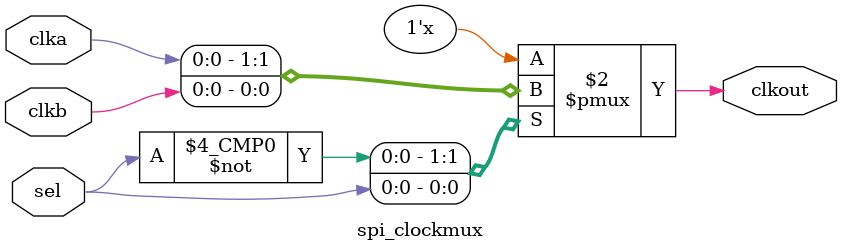
<source format=v>

module spi_clockmux ( input      sel,
                  input      clka,
                  input      clkb,
                  output reg clkout
                );


 always @(*)
 begin
     case (sel)
         1'b0    : clkout = clka;
         1'b1    : clkout = clkb;
         default : clkout = clka;
     endcase
 end

endmodule
</source>
